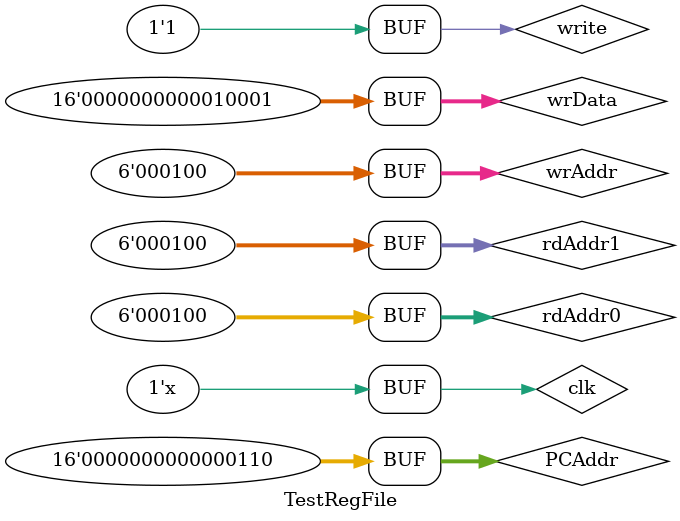
<source format=v>
`timescale 1ns / 1ps


module TestRegFile;

	// Inputs
	reg clk;
	reg write;
	reg [5:0] wrAddr;
	reg [15:0] wrData, PCAddr;
	reg [5:0] rdAddr0,rdAddr1;

	// Outputs
	wire [15:0] rdData0, rdData1, PCNext;

	// Instantiate the Unit Under Test (UUT)
	regfile uut (
		.clk(clk), 
		.write(write), 
		.wrAddr(wrAddr), 
		.wrData(wrData), 
		.rdAddr0(rdAddr0), 
		.rdAddr1(rdAddr1), 
		.rdData0(rdData0),
		.rdData1(rdData1),
		.PCAddr(PCAddr),
		.PCNext(PCNext)
	);
  
	initial begin
		// Initialize Inputs
		clk = 0;
		write = 0;
		wrAddr = 0;
		wrData = 0;
		rdAddr0 = 0;
		rdAddr1 = 0;
		PCAddr = 0;
		#10;
		write = 1;
		wrData = 17;
		PCAddr = 1;
		#10;
		wrAddr = 1;
		rdAddr0 = 1;
		rdAddr1 = 1;
		PCAddr = 2;
		#10;
		wrAddr = 2;
		rdAddr0 = 2;
		rdAddr1 = 2;
		PCAddr = 3;
		#10;
		wrAddr = 3;
		rdAddr0 = 3;
		rdAddr1 = 3;
		PCAddr = 4;
		#10;
		wrAddr = 4;
		rdAddr0 = 4;
		rdAddr1 = 4;
		PCAddr = 5;
		#10;
		PCAddr = 6;
		#10;
        
		// Add stimulus here

	end
   
	always 
		#1  clk =  ! clk; 
endmodule


</source>
